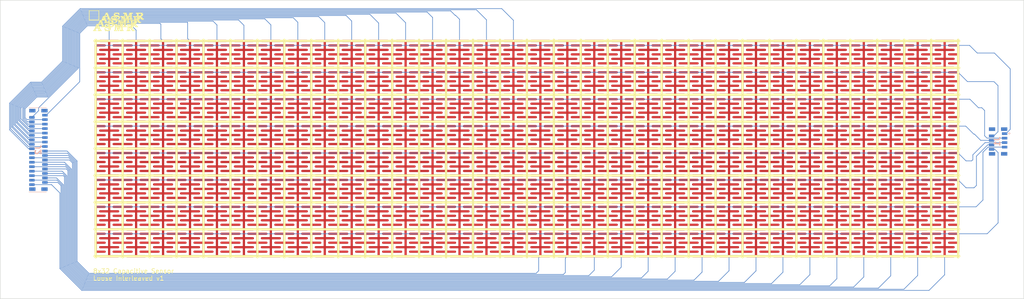
<source format=kicad_pcb>
(kicad_pcb (version 20211014) (generator pcbnew)
  (layers (0 "F.Cu" signal) (31 "B.Cu" signal) (34 "B.Paste" user) (35 "F.Paste" user) (36 "B.SilkS" user "B.Silkscreen") (37 "F.SilkS" user "F.Silkscreen") (38 "B.Mask" user) (39 "F.Mask" user) (44 "Edge.Cuts" user))
  (net 0 "")
  (net 1 "Net-(J1-Pad1)")
  (net 2 "Net-(J1-Pad2)")
  (net 3 "Net-(J1-Pad3)")
  (net 4 "Net-(J1-Pad4)")
  (net 5 "Net-(J1-Pad5)")
  (net 6 "Net-(J1-Pad6)")
  (net 7 "Net-(J1-Pad7)")
  (net 8 "Net-(J1-Pad8)")
  (net 9 "Net-(J2-Pad1)")
  (net 10 "Net-(J2-Pad2)")
  (net 11 "Net-(J2-Pad3)")
  (net 12 "Net-(J2-Pad4)")
  (net 13 "Net-(J2-Pad5)")
  (net 14 "Net-(J2-Pad6)")
  (net 15 "Net-(J2-Pad7)")
  (net 16 "Net-(J2-Pad8)")
  (net 17 "Net-(J2-Pad9)")
  (net 18 "Net-(J2-Pad10)")
  (net 19 "Net-(J2-Pad11)")
  (net 20 "Net-(J2-Pad12)")
  (net 21 "Net-(J2-Pad13)")
  (net 22 "Net-(J2-Pad14)")
  (net 23 "Net-(J2-Pad15)")
  (net 24 "Net-(J2-Pad16)")
  (net 25 "Net-(J2-Pad17)")
  (net 26 "Net-(J2-Pad18)")
  (net 27 "Net-(J2-Pad19)")
  (net 28 "Net-(J2-Pad20)")
  (net 29 "Net-(J2-Pad21)")
  (net 30 "Net-(J2-Pad22)")
  (net 31 "Net-(J2-Pad23)")
  (net 32 "Net-(J2-Pad24)")
  (net 33 "Net-(J2-Pad25)")
  (net 34 "Net-(J2-Pad26)")
  (net 35 "Net-(J2-Pad27)")
  (net 36 "Net-(J2-Pad28)")
  (net 37 "Net-(J2-Pad29)")
  (net 38 "Net-(J2-Pad30)")
  (net 39 "Net-(J2-Pad31)")
  (net 40 "Net-(J2-Pad32)")
  (footprint "ASMR_footprints:captouch_8x32_interleaved_loose" (layer "F.Cu") (at 63.175 55.825)
    (fp_text reference "U1" hide)
    (fp_text value "captouch_8x32_grid" hide)
  )
  (footprint "ASMR_footprints:SilkScreen_asmrrrrrrrrr" (layer "F.Cu") (at 68.05 51.85)
    (fp_text reference "G***" hide)
    (fp_text value "LOGO" hide)
  )
  (footprint "ASMR_footprints:Conn_FFC_1x32_0.5mm_Molex_5019513210" (layer "B.Cu") (at 50.675 80.375 -90)
    (fp_text reference "J2")
    (fp_text value "Conn_01x32_Male" hide)
  )
  (footprint "ASMR_footprints:Conn_FFC_1x8_0.5mm_Molex_5019510830" (layer "B.Cu") (at 264.325 78.5 -90)
    (fp_text reference "J1")
    (fp_text value "Conn_01x08_Male" hide)
  )
  (gr_rect (start 42.175 47) (end 270.05 113.55) (layer "Edge.Cuts") (width 0.1) (fill none))
  (gr_text "8x32 Capacitive Sensor\nLoose Interleaved v1" (at 62.775 108.2) (layer "F.SilkS") (effects (font (size 1 1)) (justify left)))
  (via (at 237.425 57.075) (size 0.4) (drill 0.2) (layers "F.Cu" "B.Cu") (net 1))
  (via (at 255.425 57.075) (size 0.4) (drill 0.2) (layers "F.Cu" "B.Cu") (net 1))
  (via (at 165.425 57.075) (size 0.4) (drill 0.2) (layers "F.Cu" "B.Cu") (net 1))
  (via (at 63.425 57.075) (size 0.4) (drill 0.2) (layers "F.Cu" "B.Cu") (net 1))
  (via (at 249.425 57.075) (size 0.4) (drill 0.2) (layers "F.Cu" "B.Cu") (net 1))
  (via (at 183.425 57.075) (size 0.4) (drill 0.2) (layers "F.Cu" "B.Cu") (net 1))
  (via (at 177.425 57.075) (size 0.4) (drill 0.2) (layers "F.Cu" "B.Cu") (net 1))
  (via (at 189.425 57.075) (size 0.4) (drill 0.2) (layers "F.Cu" "B.Cu") (net 1))
  (via (at 201.425 57.075) (size 0.4) (drill 0.2) (layers "F.Cu" "B.Cu") (net 1))
  (via (at 123.425 57.075) (size 0.4) (drill 0.2) (layers "F.Cu" "B.Cu") (net 1))
  (via (at 207.425 57.075) (size 0.4) (drill 0.2) (layers "F.Cu" "B.Cu") (net 1))
  (via (at 153.425 57.075) (size 0.4) (drill 0.2) (layers "F.Cu" "B.Cu") (net 1))
  (via (at 135.425 57.075) (size 0.4) (drill 0.2) (layers "F.Cu" "B.Cu") (net 1))
  (via (at 99.425 57.075) (size 0.4) (drill 0.2) (layers "F.Cu" "B.Cu") (net 1))
  (via (at 81.425 57.075) (size 0.4) (drill 0.2) (layers "F.Cu" "B.Cu") (net 1))
  (via (at 225.425 57.075) (size 0.4) (drill 0.2) (layers "F.Cu" "B.Cu") (net 1))
  (via (at 75.425 57.075) (size 0.4) (drill 0.2) (layers "F.Cu" "B.Cu") (net 1))
  (via (at 141.425 57.075) (size 0.4) (drill 0.2) (layers "F.Cu" "B.Cu") (net 1))
  (via (at 105.425 57.075) (size 0.4) (drill 0.2) (layers "F.Cu" "B.Cu") (net 1))
  (via (at 111.425 57.075) (size 0.4) (drill 0.2) (layers "F.Cu" "B.Cu") (net 1))
  (via (at 171.425 57.075) (size 0.4) (drill 0.2) (layers "F.Cu" "B.Cu") (net 1))
  (via (at 93.425 57.075) (size 0.4) (drill 0.2) (layers "F.Cu" "B.Cu") (net 1))
  (via (at 129.425 57.075) (size 0.4) (drill 0.2) (layers "F.Cu" "B.Cu") (net 1))
  (via (at 231.425 57.075) (size 0.4) (drill 0.2) (layers "F.Cu" "B.Cu") (net 1))
  (via (at 117.425 57.075) (size 0.4) (drill 0.2) (layers "F.Cu" "B.Cu") (net 1))
  (via (at 87.425 57.075) (size 0.4) (drill 0.2) (layers "F.Cu" "B.Cu") (net 1))
  (via (at 219.425 57.075) (size 0.4) (drill 0.2) (layers "F.Cu" "B.Cu") (net 1))
  (via (at 69.425 57.075) (size 0.4) (drill 0.2) (layers "F.Cu" "B.Cu") (net 1))
  (via (at 195.425 57.075) (size 0.4) (drill 0.2) (layers "F.Cu" "B.Cu") (net 1))
  (via (at 213.425 57.075) (size 0.4) (drill 0.2) (layers "F.Cu" "B.Cu") (net 1))
  (via (at 243.425 57.075) (size 0.4) (drill 0.2) (layers "F.Cu" "B.Cu") (net 1))
  (via (at 159.425 57.075) (size 0.4) (drill 0.2) (layers "F.Cu" "B.Cu") (net 1))
  (via (at 147.425 57.075) (size 0.4) (drill 0.2) (layers "F.Cu" "B.Cu") (net 1))
  (segment (start 263.5 58.775) (end 259.675 58.775) (width 0.127) (layer "B.Cu") (net 1))
  (segment (start 257.975 57.075) (end 259.675 58.775) (width 0.127) (layer "B.Cu") (net 1))
  (segment (start 255.425 57.075) (end 257.975 57.075) (width 0.127) (layer "B.Cu") (net 1))
  (segment (start 266.075 76.75) (end 267.025 75.8) (width 0.127) (layer "B.Cu") (net 1))
  (segment (start 267.025 62.3) (end 263.5 58.775) (width 0.127) (layer "B.Cu") (net 1))
  (segment (start 63.425 57.075) (end 255.425 57.075) (width 0.127) (layer "B.Cu") (net 1))
  (segment (start 265.775 76.75) (end 266.075 76.75) (width 0.127) (layer "B.Cu") (net 1))
  (segment (start 267.025 75.8) (end 267.025 62.3) (width 0.127) (layer "B.Cu") (net 1))
  (via (at 81.425 63.075) (size 0.4) (drill 0.2) (layers "F.Cu" "B.Cu") (net 2))
  (via (at 159.425 63.075) (size 0.4) (drill 0.2) (layers "F.Cu" "B.Cu") (net 2))
  (via (at 237.425 63.075) (size 0.4) (drill 0.2) (layers "F.Cu" "B.Cu") (net 2))
  (via (at 231.425 63.075) (size 0.4) (drill 0.2) (layers "F.Cu" "B.Cu") (net 2))
  (via (at 255.425 63.075) (size 0.4) (drill 0.2) (layers "F.Cu" "B.Cu") (net 2))
  (via (at 123.425 63.075) (size 0.4) (drill 0.2) (layers "F.Cu" "B.Cu") (net 2))
  (via (at 177.425 63.075) (size 0.4) (drill 0.2) (layers "F.Cu" "B.Cu") (net 2))
  (via (at 105.425 63.075) (size 0.4) (drill 0.2) (layers "F.Cu" "B.Cu") (net 2))
  (via (at 147.425 63.075) (size 0.4) (drill 0.2) (layers "F.Cu" "B.Cu") (net 2))
  (via (at 243.425 63.075) (size 0.4) (drill 0.2) (layers "F.Cu" "B.Cu") (net 2))
  (via (at 93.425 63.075) (size 0.4) (drill 0.2) (layers "F.Cu" "B.Cu") (net 2))
  (via (at 135.425 63.075) (size 0.4) (drill 0.2) (layers "F.Cu" "B.Cu") (net 2))
  (via (at 141.425 63.075) (size 0.4) (drill 0.2) (layers "F.Cu" "B.Cu") (net 2))
  (via (at 63.425 63.075) (size 0.4) (drill 0.2) (layers "F.Cu" "B.Cu") (net 2))
  (via (at 117.425 63.075) (size 0.4) (drill 0.2) (layers "F.Cu" "B.Cu") (net 2))
  (via (at 219.425 63.075) (size 0.4) (drill 0.2) (layers "F.Cu" "B.Cu") (net 2))
  (via (at 249.425 63.075) (size 0.4) (drill 0.2) (layers "F.Cu" "B.Cu") (net 2))
  (via (at 225.425 63.075) (size 0.4) (drill 0.2) (layers "F.Cu" "B.Cu") (net 2))
  (via (at 165.425 63.075) (size 0.4) (drill 0.2) (layers "F.Cu" "B.Cu") (net 2))
  (via (at 213.425 63.075) (size 0.4) (drill 0.2) (layers "F.Cu" "B.Cu") (net 2))
  (via (at 171.425 63.075) (size 0.4) (drill 0.2) (layers "F.Cu" "B.Cu") (net 2))
  (via (at 189.425 63.075) (size 0.4) (drill 0.2) (layers "F.Cu" "B.Cu") (net 2))
  (via (at 87.425 63.075) (size 0.4) (drill 0.2) (layers "F.Cu" "B.Cu") (net 2))
  (via (at 207.425 63.075) (size 0.4) (drill 0.2) (layers "F.Cu" "B.Cu") (net 2))
  (via (at 75.425 63.075) (size 0.4) (drill 0.2) (layers "F.Cu" "B.Cu") (net 2))
  (via (at 129.425 63.075) (size 0.4) (drill 0.2) (layers "F.Cu" "B.Cu") (net 2))
  (via (at 201.425 63.075) (size 0.4) (drill 0.2) (layers "F.Cu" "B.Cu") (net 2))
  (via (at 99.425 63.075) (size 0.4) (drill 0.2) (layers "F.Cu" "B.Cu") (net 2))
  (via (at 111.425 63.075) (size 0.4) (drill 0.2) (layers "F.Cu" "B.Cu") (net 2))
  (via (at 153.425 63.075) (size 0.4) (drill 0.2) (layers "F.Cu" "B.Cu") (net 2))
  (via (at 183.425 63.075) (size 0.4) (drill 0.2) (layers "F.Cu" "B.Cu") (net 2))
  (via (at 69.425 63.075) (size 0.4) (drill 0.2) (layers "F.Cu" "B.Cu") (net 2))
  (via (at 195.425 63.075) (size 0.4) (drill 0.2) (layers "F.Cu" "B.Cu") (net 2))
  (segment (start 263.4 65.15) (end 264.3 66.05) (width 0.127) (layer "B.Cu") (net 2))
  (segment (start 264.3 66.05) (end 264.3 76.325) (width 0.127) (layer "B.Cu") (net 2))
  (segment (start 264.3 76.325) (end 263.375 77.25) (width 0.127) (layer "B.Cu") (net 2))
  (segment (start 255.425 63.075) (end 257.5 65.15) (width 0.127) (layer "B.Cu") (net 2))
  (segment (start 257.5 65.15) (end 263.4 65.15) (width 0.127) (layer "B.Cu") (net 2))
  (segment (start 63.425 63.075) (end 255.425 63.075) (width 0.127) (layer "B.Cu") (net 2))
  (segment (start 263.375 77.25) (end 262.875 77.25) (width 0.127) (layer "B.Cu") (net 2))
  (via (at 165.425 69.075) (size 0.4) (drill 0.2) (layers "F.Cu" "B.Cu") (net 3))
  (via (at 255.425 69.075) (size 0.4) (drill 0.2) (layers "F.Cu" "B.Cu") (net 3))
  (via (at 93.425 69.075) (size 0.4) (drill 0.2) (layers "F.Cu" "B.Cu") (net 3))
  (via (at 135.425 69.075) (size 0.4) (drill 0.2) (layers "F.Cu" "B.Cu") (net 3))
  (via (at 243.425 69.075) (size 0.4) (drill 0.2) (layers "F.Cu" "B.Cu") (net 3))
  (via (at 237.425 69.075) (size 0.4) (drill 0.2) (layers "F.Cu" "B.Cu") (net 3))
  (via (at 207.425 69.075) (size 0.4) (drill 0.2) (layers "F.Cu" "B.Cu") (net 3))
  (via (at 69.425 69.075) (size 0.4) (drill 0.2) (layers "F.Cu" "B.Cu") (net 3))
  (via (at 123.425 69.075) (size 0.4) (drill 0.2) (layers "F.Cu" "B.Cu") (net 3))
  (via (at 81.425 69.075) (size 0.4) (drill 0.2) (layers "F.Cu" "B.Cu") (net 3))
  (via (at 219.425 69.075) (size 0.4) (drill 0.2) (layers "F.Cu" "B.Cu") (net 3))
  (via (at 177.425 69.075) (size 0.4) (drill 0.2) (layers "F.Cu" "B.Cu") (net 3))
  (via (at 195.425 69.075) (size 0.4) (drill 0.2) (layers "F.Cu" "B.Cu") (net 3))
  (via (at 153.425 69.075) (size 0.4) (drill 0.2) (layers "F.Cu" "B.Cu") (net 3))
  (via (at 231.425 69.075) (size 0.4) (drill 0.2) (layers "F.Cu" "B.Cu") (net 3))
  (via (at 213.425 69.075) (size 0.4) (drill 0.2) (layers "F.Cu" "B.Cu") (net 3))
  (via (at 87.425 69.075) (size 0.4) (drill 0.2) (layers "F.Cu" "B.Cu") (net 3))
  (via (at 249.425 69.075) (size 0.4) (drill 0.2) (layers "F.Cu" "B.Cu") (net 3))
  (via (at 129.425 69.075) (size 0.4) (drill 0.2) (layers "F.Cu" "B.Cu") (net 3))
  (via (at 111.425 69.075) (size 0.4) (drill 0.2) (layers "F.Cu" "B.Cu") (net 3))
  (via (at 225.425 69.075) (size 0.4) (drill 0.2) (layers "F.Cu" "B.Cu") (net 3))
  (via (at 147.425 69.075) (size 0.4) (drill 0.2) (layers "F.Cu" "B.Cu") (net 3))
  (via (at 63.425 69.075) (size 0.4) (drill 0.2) (layers "F.Cu" "B.Cu") (net 3))
  (via (at 183.425 69.075) (size 0.4) (drill 0.2) (layers "F.Cu" "B.Cu") (net 3))
  (via (at 117.425 69.075) (size 0.4) (drill 0.2) (layers "F.Cu" "B.Cu") (net 3))
  (via (at 75.425 69.075) (size 0.4) (drill 0.2) (layers "F.Cu" "B.Cu") (net 3))
  (via (at 189.425 69.075) (size 0.4) (drill 0.2) (layers "F.Cu" "B.Cu") (net 3))
  (via (at 159.425 69.075) (size 0.4) (drill 0.2) (layers "F.Cu" "B.Cu") (net 3))
  (via (at 141.425 69.075) (size 0.4) (drill 0.2) (layers "F.Cu" "B.Cu") (net 3))
  (via (at 105.425 69.075) (size 0.4) (drill 0.2) (layers "F.Cu" "B.Cu") (net 3))
  (via (at 201.425 69.075) (size 0.4) (drill 0.2) (layers "F.Cu" "B.Cu") (net 3))
  (via (at 171.425 69.075) (size 0.4) (drill 0.2) (layers "F.Cu" "B.Cu") (net 3))
  (via (at 99.425 69.075) (size 0.4) (drill 0.2) (layers "F.Cu" "B.Cu") (net 3))
  (segment (start 265.775 77.75) (end 261.85 77.75) (width 0.127) (layer "B.Cu") (net 3))
  (segment (start 261.325 71.6) (end 260.7 70.975) (width 0.127) (layer "B.Cu") (net 3))
  (segment (start 258.05 69.075) (end 259.95 70.975) (width 0.127) (layer "B.Cu") (net 3))
  (segment (start 261.85 77.75) (end 261.325 77.225) (width 0.127) (layer "B.Cu") (net 3))
  (segment (start 63.425 69.075) (end 255.425 69.075) (width 0.127) (layer "B.Cu") (net 3))
  (segment (start 261.325 77.225) (end 261.325 71.6) (width 0.127) (layer "B.Cu") (net 3))
  (segment (start 260.7 70.975) (end 259.95 70.975) (width 0.127) (layer "B.Cu") (net 3))
  (segment (start 255.425 69.075) (end 258.05 69.075) (width 0.127) (layer "B.Cu") (net 3))
  (via (at 105.425 75.075) (size 0.4) (drill 0.2) (layers "F.Cu" "B.Cu") (net 4))
  (via (at 195.425 75.075) (size 0.4) (drill 0.2) (layers "F.Cu" "B.Cu") (net 4))
  (via (at 93.425 75.075) (size 0.4) (drill 0.2) (layers "F.Cu" "B.Cu") (net 4))
  (via (at 231.425 75.075) (size 0.4) (drill 0.2) (layers "F.Cu" "B.Cu") (net 4))
  (via (at 63.425 75.075) (size 0.4) (drill 0.2) (layers "F.Cu" "B.Cu") (net 4))
  (via (at 255.425 75.075) (size 0.4) (drill 0.2) (layers "F.Cu" "B.Cu") (net 4))
  (via (at 111.425 75.075) (size 0.4) (drill 0.2) (layers "F.Cu" "B.Cu") (net 4))
  (via (at 75.425 75.075) (size 0.4) (drill 0.2) (layers "F.Cu" "B.Cu") (net 4))
  (via (at 147.425 75.075) (size 0.4) (drill 0.2) (layers "F.Cu" "B.Cu") (net 4))
  (via (at 171.425 75.075) (size 0.4) (drill 0.2) (layers "F.Cu" "B.Cu") (net 4))
  (via (at 99.425 75.075) (size 0.4) (drill 0.2) (layers "F.Cu" "B.Cu") (net 4))
  (via (at 213.425 75.075) (size 0.4) (drill 0.2) (layers "F.Cu" "B.Cu") (net 4))
  (via (at 201.425 75.075) (size 0.4) (drill 0.2) (layers "F.Cu" "B.Cu") (net 4))
  (via (at 177.425 75.075) (size 0.4) (drill 0.2) (layers "F.Cu" "B.Cu") (net 4))
  (via (at 249.425 75.075) (size 0.4) (drill 0.2) (layers "F.Cu" "B.Cu") (net 4))
  (via (at 135.425 75.075) (size 0.4) (drill 0.2) (layers "F.Cu" "B.Cu") (net 4))
  (via (at 219.425 75.075) (size 0.4) (drill 0.2) (layers "F.Cu" "B.Cu") (net 4))
  (via (at 123.425 75.075) (size 0.4) (drill 0.2) (layers "F.Cu" "B.Cu") (net 4))
  (via (at 159.425 75.075) (size 0.4) (drill 0.2) (layers "F.Cu" "B.Cu") (net 4))
  (via (at 165.425 75.075) (size 0.4) (drill 0.2) (layers "F.Cu" "B.Cu") (net 4))
  (via (at 183.425 75.075) (size 0.4) (drill 0.2) (layers "F.Cu" "B.Cu") (net 4))
  (via (at 87.425 75.075) (size 0.4) (drill 0.2) (layers "F.Cu" "B.Cu") (net 4))
  (via (at 153.425 75.075) (size 0.4) (drill 0.2) (layers "F.Cu" "B.Cu") (net 4))
  (via (at 189.425 75.075) (size 0.4) (drill 0.2) (layers "F.Cu" "B.Cu") (net 4))
  (via (at 129.425 75.075) (size 0.4) (drill 0.2) (layers "F.Cu" "B.Cu") (net 4))
  (via (at 243.425 75.075) (size 0.4) (drill 0.2) (layers "F.Cu" "B.Cu") (net 4))
  (via (at 117.425 75.075) (size 0.4) (drill 0.2) (layers "F.Cu" "B.Cu") (net 4))
  (via (at 69.425 75.075) (size 0.4) (drill 0.2) (layers "F.Cu" "B.Cu") (net 4))
  (via (at 237.425 75.075) (size 0.4) (drill 0.2) (layers "F.Cu" "B.Cu") (net 4))
  (via (at 81.425 75.075) (size 0.4) (drill 0.2) (layers "F.Cu" "B.Cu") (net 4))
  (via (at 225.425 75.075) (size 0.4) (drill 0.2) (layers "F.Cu" "B.Cu") (net 4))
  (via (at 207.425 75.075) (size 0.4) (drill 0.2) (layers "F.Cu" "B.Cu") (net 4))
  (via (at 141.425 75.075) (size 0.4) (drill 0.2) (layers "F.Cu" "B.Cu") (net 4))
  (segment (start 257.125 75.075) (end 258.9 76.85) (width 0.127) (layer "B.Cu") (net 4))
  (segment (start 262.875 78.25) (end 260.45 78.25) (width 0.127) (layer "B.Cu") (net 4))
  (segment (start 63.425 75.075) (end 255.425 75.075) (width 0.127) (layer "B.Cu") (net 4))
  (segment (start 260.45 78.25) (end 259.05 76.85) (width 0.127) (layer "B.Cu") (net 4))
  (segment (start 255.425 75.075) (end 257.125 75.075) (width 0.127) (layer "B.Cu") (net 4))
  (segment (start 259.05 76.85) (end 258.9 76.85) (width 0.127) (layer "B.Cu") (net 4))
  (via (at 225.425 81.075) (size 0.4) (drill 0.2) (layers "F.Cu" "B.Cu") (net 5))
  (via (at 243.425 81.075) (size 0.4) (drill 0.2) (layers "F.Cu" "B.Cu") (net 5))
  (via (at 81.425 81.075) (size 0.4) (drill 0.2) (layers "F.Cu" "B.Cu") (net 5))
  (via (at 249.425 81.075) (size 0.4) (drill 0.2) (layers "F.Cu" "B.Cu") (net 5))
  (via (at 123.425 81.075) (size 0.4) (drill 0.2) (layers "F.Cu" "B.Cu") (net 5))
  (via (at 117.425 81.075) (size 0.4) (drill 0.2) (layers "F.Cu" "B.Cu") (net 5))
  (via (at 87.425 81.075) (size 0.4) (drill 0.2) (layers "F.Cu" "B.Cu") (net 5))
  (via (at 129.425 81.075) (size 0.4) (drill 0.2) (layers "F.Cu" "B.Cu") (net 5))
  (via (at 159.425 81.075) (size 0.4) (drill 0.2) (layers "F.Cu" "B.Cu") (net 5))
  (via (at 219.425 81.075) (size 0.4) (drill 0.2) (layers "F.Cu" "B.Cu") (net 5))
  (via (at 207.425 81.075) (size 0.4) (drill 0.2) (layers "F.Cu" "B.Cu") (net 5))
  (via (at 141.425 81.075) (size 0.4) (drill 0.2) (layers "F.Cu" "B.Cu") (net 5))
  (via (at 111.425 81.075) (size 0.4) (drill 0.2) (layers "F.Cu" "B.Cu") (net 5))
  (via (at 237.425 81.075) (size 0.4) (drill 0.2) (layers "F.Cu" "B.Cu") (net 5))
  (via (at 213.425 81.075) (size 0.4) (drill 0.2) (layers "F.Cu" "B.Cu") (net 5))
  (via (at 153.425 81.075) (size 0.4) (drill 0.2) (layers "F.Cu" "B.Cu") (net 5))
  (via (at 195.425 81.075) (size 0.4) (drill 0.2) (layers "F.Cu" "B.Cu") (net 5))
  (via (at 171.425 81.075) (size 0.4) (drill 0.2) (layers "F.Cu" "B.Cu") (net 5))
  (via (at 189.425 81.075) (size 0.4) (drill 0.2) (layers "F.Cu" "B.Cu") (net 5))
  (via (at 69.425 81.075) (size 0.4) (drill 0.2) (layers "F.Cu" "B.Cu") (net 5))
  (via (at 135.425 81.075) (size 0.4) (drill 0.2) (layers "F.Cu" "B.Cu") (net 5))
  (via (at 93.425 81.075) (size 0.4) (drill 0.2) (layers "F.Cu" "B.Cu") (net 5))
  (via (at 147.425 81.075) (size 0.4) (drill 0.2) (layers "F.Cu" "B.Cu") (net 5))
  (via (at 165.425 81.075) (size 0.4) (drill 0.2) (layers "F.Cu" "B.Cu") (net 5))
  (via (at 99.425 81.075) (size 0.4) (drill 0.2) (layers "F.Cu" "B.Cu") (net 5))
  (via (at 105.425 81.075) (size 0.4) (drill 0.2) (layers "F.Cu" "B.Cu") (net 5))
  (via (at 183.425 81.075) (size 0.4) (drill 0.2) (layers "F.Cu" "B.Cu") (net 5))
  (via (at 255.425 81.075) (size 0.4) (drill 0.2) (layers "F.Cu" "B.Cu") (net 5))
  (via (at 63.425 81.075) (size 0.4) (drill 0.2) (layers "F.Cu" "B.Cu") (net 5))
  (via (at 75.425 81.075) (size 0.4) (drill 0.2) (layers "F.Cu" "B.Cu") (net 5))
  (via (at 177.425 81.075) (size 0.4) (drill 0.2) (layers "F.Cu" "B.Cu") (net 5))
  (via (at 201.425 81.075) (size 0.4) (drill 0.2) (layers "F.Cu" "B.Cu") (net 5))
  (via (at 231.425 81.075) (size 0.4) (drill 0.2) (layers "F.Cu" "B.Cu") (net 5))
  (segment (start 261.425 78.75) (end 265.775 78.75) (width 0.127) (layer "B.Cu") (net 5))
  (segment (start 258.45 82.825) (end 258.7 82.575) (width 0.127) (layer "B.Cu") (net 5))
  (segment (start 63.425 81.075) (end 255.425 81.075) (width 0.127) (layer "B.Cu") (net 5))
  (segment (start 255.425 81.075) (end 257.175 82.825) (width 0.127) (layer "B.Cu") (net 5))
  (segment (start 257.175 82.825) (end 258.45 82.825) (width 0.127) (layer "B.Cu") (net 5))
  (segment (start 258.7 81.475) (end 261.425 78.75) (width 0.127) (layer "B.Cu") (net 5))
  (segment (start 258.7 82.575) (end 258.7 81.475) (width 0.127) (layer "B.Cu") (net 5))
  (via (at 117.425 87.075) (size 0.4) (drill 0.2) (layers "F.Cu" "B.Cu") (net 6))
  (via (at 255.425 87.075) (size 0.4) (drill 0.2) (layers "F.Cu" "B.Cu") (net 6))
  (via (at 243.425 87.075) (size 0.4) (drill 0.2) (layers "F.Cu" "B.Cu") (net 6))
  (via (at 69.425 87.075) (size 0.4) (drill 0.2) (layers "F.Cu" "B.Cu") (net 6))
  (via (at 165.425 87.075) (size 0.4) (drill 0.2) (layers "F.Cu" "B.Cu") (net 6))
  (via (at 147.425 87.075) (size 0.4) (drill 0.2) (layers "F.Cu" "B.Cu") (net 6))
  (via (at 237.425 87.075) (size 0.4) (drill 0.2) (layers "F.Cu" "B.Cu") (net 6))
  (via (at 105.425 87.075) (size 0.4) (drill 0.2) (layers "F.Cu" "B.Cu") (net 6))
  (via (at 123.425 87.075) (size 0.4) (drill 0.2) (layers "F.Cu" "B.Cu") (net 6))
  (via (at 207.425 87.075) (size 0.4) (drill 0.2) (layers "F.Cu" "B.Cu") (net 6))
  (via (at 87.425 87.075) (size 0.4) (drill 0.2) (layers "F.Cu" "B.Cu") (net 6))
  (via (at 225.425 87.075) (size 0.4) (drill 0.2) (layers "F.Cu" "B.Cu") (net 6))
  (via (at 63.425 87.075) (size 0.4) (drill 0.2) (layers "F.Cu" "B.Cu") (net 6))
  (via (at 111.425 87.075) (size 0.4) (drill 0.2) (layers "F.Cu" "B.Cu") (net 6))
  (via (at 159.425 87.075) (size 0.4) (drill 0.2) (layers "F.Cu" "B.Cu") (net 6))
  (via (at 93.425 87.075) (size 0.4) (drill 0.2) (layers "F.Cu" "B.Cu") (net 6))
  (via (at 213.425 87.075) (size 0.4) (drill 0.2) (layers "F.Cu" "B.Cu") (net 6))
  (via (at 141.425 87.075) (size 0.4) (drill 0.2) (layers "F.Cu" "B.Cu") (net 6))
  (via (at 231.425 87.075) (size 0.4) (drill 0.2) (layers "F.Cu" "B.Cu") (net 6))
  (via (at 75.425 87.075) (size 0.4) (drill 0.2) (layers "F.Cu" "B.Cu") (net 6))
  (via (at 81.425 87.075) (size 0.4) (drill 0.2) (layers "F.Cu" "B.Cu") (net 6))
  (via (at 219.425 87.075) (size 0.4) (drill 0.2) (layers "F.Cu" "B.Cu") (net 6))
  (via (at 201.425 87.075) (size 0.4) (drill 0.2) (layers "F.Cu" "B.Cu") (net 6))
  (via (at 135.425 87.075) (size 0.4) (drill 0.2) (layers "F.Cu" "B.Cu") (net 6))
  (via (at 129.425 87.075) (size 0.4) (drill 0.2) (layers "F.Cu" "B.Cu") (net 6))
  (via (at 189.425 87.075) (size 0.4) (drill 0.2) (layers "F.Cu" "B.Cu") (net 6))
  (via (at 177.425 87.075) (size 0.4) (drill 0.2) (layers "F.Cu" "B.Cu") (net 6))
  (via (at 153.425 87.075) (size 0.4) (drill 0.2) (layers "F.Cu" "B.Cu") (net 6))
  (via (at 195.425 87.075) (size 0.4) (drill 0.2) (layers "F.Cu" "B.Cu") (net 6))
  (via (at 249.425 87.075) (size 0.4) (drill 0.2) (layers "F.Cu" "B.Cu") (net 6))
  (via (at 183.425 87.075) (size 0.4) (drill 0.2) (layers "F.Cu" "B.Cu") (net 6))
  (via (at 171.425 87.075) (size 0.4) (drill 0.2) (layers "F.Cu" "B.Cu") (net 6))
  (via (at 99.425 87.075) (size 0.4) (drill 0.2) (layers "F.Cu" "B.Cu") (net 6))
  (segment (start 255.425 87.075) (end 257.175 88.825) (width 0.127) (layer "B.Cu") (net 6))
  (segment (start 259.5 81.775) (end 262.025 79.25) (width 0.127) (layer "B.Cu") (net 6))
  (segment (start 259.5 88.3) (end 259.5 81.775) (width 0.127) (layer "B.Cu") (net 6))
  (segment (start 258.975 88.825) (end 259.5 88.3) (width 0.127) (layer "B.Cu") (net 6))
  (segment (start 262.025 79.25) (end 262.875 79.25) (width 0.127) (layer "B.Cu") (net 6))
  (segment (start 63.425 87.075) (end 255.425 87.075) (width 0.127) (layer "B.Cu") (net 6))
  (segment (start 257.175 88.825) (end 258.975 88.825) (width 0.127) (layer "B.Cu") (net 6))
  (via (at 213.425 93.075) (size 0.4) (drill 0.2) (layers "F.Cu" "B.Cu") (net 7))
  (via (at 231.425 93.075) (size 0.4) (drill 0.2) (layers "F.Cu" "B.Cu") (net 7))
  (via (at 147.425 93.075) (size 0.4) (drill 0.2) (layers "F.Cu" "B.Cu") (net 7))
  (via (at 237.425 93.075) (size 0.4) (drill 0.2) (layers "F.Cu" "B.Cu") (net 7))
  (via (at 195.425 93.075) (size 0.4) (drill 0.2) (layers "F.Cu" "B.Cu") (net 7))
  (via (at 201.425 93.075) (size 0.4) (drill 0.2) (layers "F.Cu" "B.Cu") (net 7))
  (via (at 99.425 93.075) (size 0.4) (drill 0.2) (layers "F.Cu" "B.Cu") (net 7))
  (via (at 129.425 93.075) (size 0.4) (drill 0.2) (layers "F.Cu" "B.Cu") (net 7))
  (via (at 141.425 93.075) (size 0.4) (drill 0.2) (layers "F.Cu" "B.Cu") (net 7))
  (via (at 183.425 93.075) (size 0.4) (drill 0.2) (layers "F.Cu" "B.Cu") (net 7))
  (via (at 243.425 93.075) (size 0.4) (drill 0.2) (layers "F.Cu" "B.Cu") (net 7))
  (via (at 87.425 93.075) (size 0.4) (drill 0.2) (layers "F.Cu" "B.Cu") (net 7))
  (via (at 63.425 93.075) (size 0.4) (drill 0.2) (layers "F.Cu" "B.Cu") (net 7))
  (via (at 207.425 93.075) (size 0.4) (drill 0.2) (layers "F.Cu" "B.Cu") (net 7))
  (via (at 75.425 93.075) (size 0.4) (drill 0.2) (layers "F.Cu" "B.Cu") (net 7))
  (via (at 69.425 93.075) (size 0.4) (drill 0.2) (layers "F.Cu" "B.Cu") (net 7))
  (via (at 105.425 93.075) (size 0.4) (drill 0.2) (layers "F.Cu" "B.Cu") (net 7))
  (via (at 153.425 93.075) (size 0.4) (drill 0.2) (layers "F.Cu" "B.Cu") (net 7))
  (via (at 135.425 93.075) (size 0.4) (drill 0.2) (layers "F.Cu" "B.Cu") (net 7))
  (via (at 225.425 93.075) (size 0.4) (drill 0.2) (layers "F.Cu" "B.Cu") (net 7))
  (via (at 117.425 93.075) (size 0.4) (drill 0.2) (layers "F.Cu" "B.Cu") (net 7))
  (via (at 123.425 93.075) (size 0.4) (drill 0.2) (layers "F.Cu" "B.Cu") (net 7))
  (via (at 93.425 93.075) (size 0.4) (drill 0.2) (layers "F.Cu" "B.Cu") (net 7))
  (via (at 111.425 93.075) (size 0.4) (drill 0.2) (layers "F.Cu" "B.Cu") (net 7))
  (via (at 165.425 93.075) (size 0.4) (drill 0.2) (layers "F.Cu" "B.Cu") (net 7))
  (via (at 171.425 93.075) (size 0.4) (drill 0.2) (layers "F.Cu" "B.Cu") (net 7))
  (via (at 81.425 93.075) (size 0.4) (drill 0.2) (layers "F.Cu" "B.Cu") (net 7))
  (via (at 219.425 93.075) (size 0.4) (drill 0.2) (layers "F.Cu" "B.Cu") (net 7))
  (via (at 159.425 93.075) (size 0.4) (drill 0.2) (layers "F.Cu" "B.Cu") (net 7))
  (via (at 189.425 93.075) (size 0.4) (drill 0.2) (layers "F.Cu" "B.Cu") (net 7))
  (via (at 255.425 93.075) (size 0.4) (drill 0.2) (layers "F.Cu" "B.Cu") (net 7))
  (via (at 249.425 93.075) (size 0.4) (drill 0.2) (layers "F.Cu" "B.Cu") (net 7))
  (via (at 177.425 93.075) (size 0.4) (drill 0.2) (layers "F.Cu" "B.Cu") (net 7))
  (segment (start 262.094 79.75) (end 260.95 80.894) (width 0.127) (layer "B.Cu") (net 7))
  (segment (start 255.425 93.075) (end 259.425 93.075) (width 0.127) (layer "B.Cu") (net 7))
  (segment (start 265.775 79.75) (end 262.094 79.75) (width 0.127) (layer "B.Cu") (net 7))
  (segment (start 259.425 93.075) (end 260.95 91.55) (width 0.127) (layer "B.Cu") (net 7))
  (segment (start 260.95 80.894) (end 260.95 91.55) (width 0.127) (layer "B.Cu") (net 7))
  (segment (start 63.425 93.075) (end 255.425 93.075) (width 0.127) (layer "B.Cu") (net 7))
  (via (at 81.425 99.075) (size 0.4) (drill 0.2) (layers "F.Cu" "B.Cu") (net 8))
  (via (at 225.425 99.075) (size 0.4) (drill 0.2) (layers "F.Cu" "B.Cu") (net 8))
  (via (at 201.425 99.075) (size 0.4) (drill 0.2) (layers "F.Cu" "B.Cu") (net 8))
  (via (at 207.425 99.075) (size 0.4) (drill 0.2) (layers "F.Cu" "B.Cu") (net 8))
  (via (at 153.425 99.075) (size 0.4) (drill 0.2) (layers "F.Cu" "B.Cu") (net 8))
  (via (at 87.425 99.075) (size 0.4) (drill 0.2) (layers "F.Cu" "B.Cu") (net 8))
  (via (at 183.425 99.075) (size 0.4) (drill 0.2) (layers "F.Cu" "B.Cu") (net 8))
  (via (at 63.425 99.075) (size 0.4) (drill 0.2) (layers "F.Cu" "B.Cu") (net 8))
  (via (at 189.425 99.075) (size 0.4) (drill 0.2) (layers "F.Cu" "B.Cu") (net 8))
  (via (at 123.425 99.075) (size 0.4) (drill 0.2) (layers "F.Cu" "B.Cu") (net 8))
  (via (at 69.425 99.075) (size 0.4) (drill 0.2) (layers "F.Cu" "B.Cu") (net 8))
  (via (at 75.425 99.075) (size 0.4) (drill 0.2) (layers "F.Cu" "B.Cu") (net 8))
  (via (at 147.425 99.075) (size 0.4) (drill 0.2) (layers "F.Cu" "B.Cu") (net 8))
  (via (at 141.425 99.075) (size 0.4) (drill 0.2) (layers "F.Cu" "B.Cu") (net 8))
  (via (at 111.425 99.075) (size 0.4) (drill 0.2) (layers "F.Cu" "B.Cu") (net 8))
  (via (at 165.425 99.075) (size 0.4) (drill 0.2) (layers "F.Cu" "B.Cu") (net 8))
  (via (at 237.425 99.075) (size 0.4) (drill 0.2) (layers "F.Cu" "B.Cu") (net 8))
  (via (at 219.425 99.075) (size 0.4) (drill 0.2) (layers "F.Cu" "B.Cu") (net 8))
  (via (at 93.425 99.075) (size 0.4) (drill 0.2) (layers "F.Cu" "B.Cu") (net 8))
  (via (at 129.425 99.075) (size 0.4) (drill 0.2) (layers "F.Cu" "B.Cu") (net 8))
  (via (at 213.425 99.075) (size 0.4) (drill 0.2) (layers "F.Cu" "B.Cu") (net 8))
  (via (at 171.425 99.075) (size 0.4) (drill 0.2) (layers "F.Cu" "B.Cu") (net 8))
  (via (at 105.425 99.075) (size 0.4) (drill 0.2) (layers "F.Cu" "B.Cu") (net 8))
  (via (at 195.425 99.075) (size 0.4) (drill 0.2) (layers "F.Cu" "B.Cu") (net 8))
  (via (at 255.425 99.075) (size 0.4) (drill 0.2) (layers "F.Cu" "B.Cu") (net 8))
  (via (at 135.425 99.075) (size 0.4) (drill 0.2) (layers "F.Cu" "B.Cu") (net 8))
  (via (at 231.425 99.075) (size 0.4) (drill 0.2) (layers "F.Cu" "B.Cu") (net 8))
  (via (at 243.425 99.075) (size 0.4) (drill 0.2) (layers "F.Cu" "B.Cu") (net 8))
  (via (at 249.425 99.075) (size 0.4) (drill 0.2) (layers "F.Cu" "B.Cu") (net 8))
  (via (at 99.425 99.075) (size 0.4) (drill 0.2) (layers "F.Cu" "B.Cu") (net 8))
  (via (at 159.425 99.075) (size 0.4) (drill 0.2) (layers "F.Cu" "B.Cu") (net 8))
  (via (at 117.425 99.075) (size 0.4) (drill 0.2) (layers "F.Cu" "B.Cu") (net 8))
  (via (at 177.425 99.075) (size 0.4) (drill 0.2) (layers "F.Cu" "B.Cu") (net 8))
  (segment (start 263.602 80.25) (end 264.325 80.973) (width 0.127) (layer "B.Cu") (net 8))
  (segment (start 255.425 99.075) (end 261.9 99.075) (width 0.127) (layer "B.Cu") (net 8))
  (segment (start 63.425 99.075) (end 255.425 99.075) (width 0.127) (layer "B.Cu") (net 8))
  (segment (start 261.9 99.075) (end 264.325 96.65) (width 0.127) (layer "B.Cu") (net 8))
  (segment (start 262.875 80.25) (end 263.602 80.25) (width 0.127) (layer "B.Cu") (net 8))
  (segment (start 264.325 80.973) (end 264.325 96.65) (width 0.127) (layer "B.Cu") (net 8))
  (via (at 66.425 56.075) (size 0.4) (drill 0.2) (layers "F.Cu" "B.Cu") (net 9))
  (segment (start 59.875 65.175) (end 59.875 54.375) (width 0.127) (layer "B.Cu") (net 9))
  (segment (start 66.425 56.075) (end 66.425 53.225) (width 0.127) (layer "B.Cu") (net 9))
  (segment (start 59.875 54.375) (end 61.55 52.7) (width 0.127) (layer "B.Cu") (net 9))
  (segment (start 66.425 53.225) (end 65.9 52.7) (width 0.127) (layer "B.Cu") (net 9))
  (segment (start 61.55 52.7) (end 65.9 52.7) (width 0.127) (layer "B.Cu") (net 9))
  (segment (start 52.425 72.625) (end 59.875 65.175) (width 0.127) (layer "B.Cu") (net 9))
  (segment (start 52.125 72.625) (end 52.425 72.625) (width 0.127) (layer "B.Cu") (net 9))
  (via (at 72.425 56.075) (size 0.4) (drill 0.2) (layers "F.Cu" "B.Cu") (net 10))
  (segment (start 61.46579 52.425) (end 71.175 52.425) (width 0.127) (layer "B.Cu") (net 10))
  (segment (start 50.725 70.975) (end 59.621 62.079) (width 0.127) (layer "B.Cu") (net 10))
  (segment (start 50.725 71.625) (end 50.725 70.975) (width 0.127) (layer "B.Cu") (net 10))
  (segment (start 59.621 54.26979) (end 61.46579 52.425) (width 0.127) (layer "B.Cu") (net 10))
  (segment (start 49.225 73.125) (end 50.725 71.625) (width 0.127) (layer "B.Cu") (net 10))
  (segment (start 59.621 62.079) (end 59.621 54.26979) (width 0.127) (layer "B.Cu") (net 10))
  (segment (start 72.425 53.675) (end 72.425 56.075) (width 0.127) (layer "B.Cu") (net 10))
  (segment (start 71.175 52.425) (end 72.425 53.675) (width 0.127) (layer "B.Cu") (net 10))
  (via (at 78.425 56.075) (size 0.4) (drill 0.2) (layers "F.Cu" "B.Cu") (net 11))
  (segment (start 52.76579 68.575) (end 59.367 61.97379) (width 0.127) (layer "B.Cu") (net 11))
  (segment (start 77.746 52.171) (end 77.9375 52.3625) (width 0.127) (layer "B.Cu") (net 11))
  (segment (start 77.9375 55.5875) (end 78.425 56.075) (width 0.127) (layer "B.Cu") (net 11))
  (segment (start 59.367 61.97379) (end 59.367 54.16458) (width 0.127) (layer "B.Cu") (net 11))
  (segment (start 48.1 73.625) (end 47.7 73.225) (width 0.127) (layer "B.Cu") (net 11))
  (segment (start 59.367 54.16458) (end 61.36058 52.171) (width 0.127) (layer "B.Cu") (net 11))
  (segment (start 77.9375 52.3625) (end 77.9375 55.5875) (width 0.127) (layer "B.Cu") (net 11))
  (segment (start 52.125 73.625) (end 48.1 73.625) (width 0.127) (layer "B.Cu") (net 11))
  (segment (start 50.325 68.575) (end 52.76579 68.575) (width 0.127) (layer "B.Cu") (net 11))
  (segment (start 47.7 73.225) (end 47.7 71.2) (width 0.127) (layer "B.Cu") (net 11))
  (segment (start 47.7 71.2) (end 50.325 68.575) (width 0.127) (layer "B.Cu") (net 11))
  (segment (start 61.36058 52.171) (end 77.746 52.171) (width 0.127) (layer "B.Cu") (net 11))
  (via (at 84.425 56.075) (size 0.4) (drill 0.2) (layers "F.Cu" "B.Cu") (net 12))
  (segment (start 52.66058 68.321) (end 59.113 61.86858) (width 0.127) (layer "B.Cu") (net 12))
  (segment (start 59.113 54.05937) (end 61.25537 51.917) (width 0.127) (layer "B.Cu") (net 12))
  (segment (start 61.25537 51.917) (end 83.892 51.917) (width 0.127) (layer "B.Cu") (net 12))
  (segment (start 59.113 61.86858) (end 59.113 54.05937) (width 0.127) (layer "B.Cu") (net 12))
  (segment (start 83.892 51.917) (end 83.892 55.542) (width 0.127) (layer "B.Cu") (net 12))
  (segment (start 48.2 74.125) (end 47.446 73.371) (width 0.127) (layer "B.Cu") (net 12))
  (segment (start 50.21979 68.321) (end 52.66058 68.321) (width 0.127) (layer "B.Cu") (net 12))
  (segment (start 47.446 73.371) (end 47.446 71.09479) (width 0.127) (layer "B.Cu") (net 12))
  (segment (start 47.446 71.09479) (end 50.21979 68.321) (width 0.127) (layer "B.Cu") (net 12))
  (segment (start 83.892 55.542) (end 84.425 56.075) (width 0.127) (layer "B.Cu") (net 12))
  (segment (start 49.225 74.125) (end 48.2 74.125) (width 0.127) (layer "B.Cu") (net 12))
  (via (at 90.425 56.075) (size 0.4) (drill 0.2) (layers "F.Cu" "B.Cu") (net 13))
  (segment (start 61.15016 51.663) (end 89.563 51.663) (width 0.127) (layer "B.Cu") (net 13))
  (segment (start 90.425 52.525) (end 90.425 56.075) (width 0.127) (layer "B.Cu") (net 13))
  (segment (start 47.192 70.98958) (end 50.11458 68.067) (width 0.127) (layer "B.Cu") (net 13))
  (segment (start 58.859 61.76337) (end 58.859 53.95416) (width 0.127) (layer "B.Cu") (net 13))
  (segment (start 58.859 53.95416) (end 61.15016 51.663) (width 0.127) (layer "B.Cu") (net 13))
  (segment (start 47.192 73.517) (end 47.192 70.98958) (width 0.127) (layer "B.Cu") (net 13))
  (segment (start 48.3 74.625) (end 47.192 73.517) (width 0.127) (layer "B.Cu") (net 13))
  (segment (start 89.563 51.663) (end 90.425 52.525) (width 0.127) (layer "B.Cu") (net 13))
  (segment (start 52.125 74.625) (end 48.3 74.625) (width 0.127) (layer "B.Cu") (net 13))
  (segment (start 52.55537 68.067) (end 58.859 61.76337) (width 0.127) (layer "B.Cu") (net 13))
  (segment (start 50.11458 68.067) (end 52.55537 68.067) (width 0.127) (layer "B.Cu") (net 13))
  (via (at 96.425 56.075) (size 0.4) (drill 0.2) (layers "F.Cu" "B.Cu") (net 14))
  (segment (start 58.605 53.84895) (end 58.605 61.65816) (width 0.127) (layer "B.Cu") (net 14))
  (segment (start 46.8 73.48421) (end 48.44079 75.125) (width 0.127) (layer "B.Cu") (net 14))
  (segment (start 58.605 61.65816) (end 52.45016 67.813) (width 0.127) (layer "B.Cu") (net 14))
  (segment (start 48.44079 75.125) (end 49.225 75.125) (width 0.127) (layer "B.Cu") (net 14))
  (segment (start 95.234 51.409) (end 61.04495 51.409) (width 0.127) (layer "B.Cu") (net 14))
  (segment (start 46.8 71.02237) (end 46.8 73.48421) (width 0.127) (layer "B.Cu") (net 14))
  (segment (start 50.00937 67.813) (end 46.8 71.02237) (width 0.127) (layer "B.Cu") (net 14))
  (segment (start 52.45016 67.813) (end 50.00937 67.813) (width 0.127) (layer "B.Cu") (net 14))
  (segment (start 61.04495 51.409) (end 58.605 53.84895) (width 0.127) (layer "B.Cu") (net 14))
  (segment (start 96.425 56.075) (end 96.425 52.6) (width 0.127) (layer "B.Cu") (net 14))
  (segment (start 96.425 52.6) (end 95.234 51.409) (width 0.127) (layer "B.Cu") (net 14))
  (via (at 102.425 56.075) (size 0.4) (drill 0.2) (layers "F.Cu" "B.Cu") (net 15))
  (segment (start 58.351 61.55295) (end 52.34495 67.559) (width 0.127) (layer "B.Cu") (net 15))
  (segment (start 101.08 51.155) (end 60.93974 51.155) (width 0.127) (layer "B.Cu") (net 15))
  (segment (start 49.90416 67.559) (end 46.546 70.91716) (width 0.127) (layer "B.Cu") (net 15))
  (segment (start 102.425 52.5) (end 101.08 51.155) (width 0.127) (layer "B.Cu") (net 15))
  (segment (start 46.546 73.727) (end 48.444 75.625) (width 0.127) (layer "B.Cu") (net 15))
  (segment (start 102.425 56.075) (end 102.425 52.5) (width 0.127) (layer "B.Cu") (net 15))
  (segment (start 46.546 70.91716) (end 46.546 73.727) (width 0.127) (layer "B.Cu") (net 15))
  (segment (start 52.34495 67.559) (end 49.90416 67.559) (width 0.127) (layer "B.Cu") (net 15))
  (segment (start 48.444 75.625) (end 52.125 75.625) (width 0.127) (layer "B.Cu") (net 15))
  (segment (start 58.351 53.74374) (end 58.351 61.55295) (width 0.127) (layer "B.Cu") (net 15))
  (segment (start 60.93974 51.155) (end 58.351 53.74374) (width 0.127) (layer "B.Cu") (net 15))
  (via (at 108.425 56.075) (size 0.4) (drill 0.2) (layers "F.Cu" "B.Cu") (net 16))
  (segment (start 46.292 73.83221) (end 48.58479 76.125) (width 0.127) (layer "B.Cu") (net 16))
  (segment (start 58.097 61.44774) (end 52.23974 67.305) (width 0.127) (layer "B.Cu") (net 16))
  (segment (start 58.097 53.63853) (end 58.097 61.44774) (width 0.127) (layer "B.Cu") (net 16))
  (segment (start 52.23974 67.305) (end 49.79895 67.305) (width 0.127) (layer "B.Cu") (net 16))
  (segment (start 60.83453 50.901) (end 58.097 53.63853) (width 0.127) (layer "B.Cu") (net 16))
  (segment (start 46.292 70.81195) (end 46.292 73.83221) (width 0.127) (layer "B.Cu") (net 16))
  (segment (start 107.401 50.901) (end 60.83453 50.901) (width 0.127) (layer "B.Cu") (net 16))
  (segment (start 108.425 56.075) (end 108.425 51.925) (width 0.127) (layer "B.Cu") (net 16))
  (segment (start 108.425 51.925) (end 107.401 50.901) (width 0.127) (layer "B.Cu") (net 16))
  (segment (start 48.58479 76.125) (end 49.225 76.125) (width 0.127) (layer "B.Cu") (net 16))
  (segment (start 49.79895 67.305) (end 46.292 70.81195) (width 0.127) (layer "B.Cu") (net 16))
  (via (at 114.425 56.075) (size 0.4) (drill 0.2) (layers "F.Cu" "B.Cu") (net 17))
  (segment (start 46.038 70.70674) (end 46.038 74.219) (width 0.127) (layer "B.Cu") (net 17))
  (segment (start 46.038 74.219) (end 48.444 76.625) (width 0.127) (layer "B.Cu") (net 17))
  (segment (start 60.72932 50.647) (end 57.843 53.53332) (width 0.127) (layer "B.Cu") (net 17))
  (segment (start 49.69374 67.051) (end 46.038 70.70674) (width 0.127) (layer "B.Cu") (net 17))
  (segment (start 113.072 50.647) (end 60.72932 50.647) (width 0.127) (layer "B.Cu") (net 17))
  (segment (start 57.843 53.53332) (end 57.843 61.34253) (width 0.127) (layer "B.Cu") (net 17))
  (segment (start 48.444 76.625) (end 52.125 76.625) (width 0.127) (layer "B.Cu") (net 17))
  (segment (start 52.13453 67.051) (end 49.69374 67.051) (width 0.127) (layer "B.Cu") (net 17))
  (segment (start 57.843 61.34253) (end 52.13453 67.051) (width 0.127) (layer "B.Cu") (net 17))
  (segment (start 114.425 56.075) (end 114.425 52) (width 0.127) (layer "B.Cu") (net 17))
  (segment (start 114.425 52) (end 113.072 50.647) (width 0.127) (layer "B.Cu") (net 17))
  (via (at 120.425 56.075) (size 0.4) (drill 0.2) (layers "F.Cu" "B.Cu") (net 18))
  (segment (start 120.425 51.65) (end 119.168 50.393) (width 0.127) (layer "B.Cu") (net 18))
  (segment (start 48.58479 77.125) (end 49.225 77.125) (width 0.127) (layer "B.Cu") (net 18))
  (segment (start 120.425 56.075) (end 120.425 51.65) (width 0.127) (layer "B.Cu") (net 18))
  (segment (start 49.58853 66.797) (end 45.784 70.60153) (width 0.127) (layer "B.Cu") (net 18))
  (segment (start 57.589 61.23732) (end 52.02932 66.797) (width 0.127) (layer "B.Cu") (net 18))
  (segment (start 60.62411 50.393) (end 57.589 53.42811) (width 0.127) (layer "B.Cu") (net 18))
  (segment (start 119.168 50.393) (end 60.62411 50.393) (width 0.127) (layer "B.Cu") (net 18))
  (segment (start 45.784 74.32421) (end 48.58479 77.125) (width 0.127) (layer "B.Cu") (net 18))
  (segment (start 45.784 70.60153) (end 45.784 74.32421) (width 0.127) (layer "B.Cu") (net 18))
  (segment (start 52.02932 66.797) (end 49.58853 66.797) (width 0.127) (layer "B.Cu") (net 18))
  (segment (start 57.589 53.42811) (end 57.589 61.23732) (width 0.127) (layer "B.Cu") (net 18))
  (via (at 126.425 56.075) (size 0.4) (drill 0.2) (layers "F.Cu" "B.Cu") (net 19))
  (segment (start 51.92411 66.543) (end 49.48332 66.543) (width 0.127) (layer "B.Cu") (net 19))
  (segment (start 60.5189 50.139) (end 57.335 53.3229) (width 0.127) (layer "B.Cu") (net 19))
  (segment (start 124.464 50.139) (end 60.5189 50.139) (width 0.127) (layer "B.Cu") (net 19))
  (segment (start 57.335 53.3229) (end 57.335 61.13211) (width 0.127) (layer "B.Cu") (net 19))
  (segment (start 126.425 56.075) (end 126.425 52.1) (width 0.127) (layer "B.Cu") (net 19))
  (segment (start 45.53 74.711) (end 48.444 77.625) (width 0.127) (layer "B.Cu") (net 19))
  (segment (start 48.444 77.625) (end 52.125 77.625) (width 0.127) (layer "B.Cu") (net 19))
  (segment (start 57.335 61.13211) (end 51.92411 66.543) (width 0.127) (layer "B.Cu") (net 19))
  (segment (start 49.48332 66.543) (end 45.53 70.49632) (width 0.127) (layer "B.Cu") (net 19))
  (segment (start 126.425 52.1) (end 124.464 50.139) (width 0.127) (layer "B.Cu") (net 19))
  (segment (start 45.53 70.49632) (end 45.53 74.711) (width 0.127) (layer "B.Cu") (net 19))
  (via (at 132.425 56.075) (size 0.4) (drill 0.2) (layers "F.Cu" "B.Cu") (net 20))
  (segment (start 132.425 56.075) (end 132.425 52.025) (width 0.127) (layer "B.Cu") (net 20))
  (segment (start 48.58479 78.125) (end 49.225 78.125) (width 0.127) (layer "B.Cu") (net 20))
  (segment (start 130.285 49.885) (end 60.41369 49.885) (width 0.127) (layer "B.Cu") (net 20))
  (segment (start 51.8189 66.289) (end 49.37811 66.289) (width 0.127) (layer "B.Cu") (net 20))
  (segment (start 57.081 53.21769) (end 57.081 61.0269) (width 0.127) (layer "B.Cu") (net 20))
  (segment (start 45.276 70.39111) (end 45.276 74.81621) (width 0.127) (layer "B.Cu") (net 20))
  (segment (start 57.081 61.0269) (end 51.8189 66.289) (width 0.127) (layer "B.Cu") (net 20))
  (segment (start 45.276 74.81621) (end 48.58479 78.125) (width 0.127) (layer "B.Cu") (net 20))
  (segment (start 132.425 52.025) (end 130.285 49.885) (width 0.127) (layer "B.Cu") (net 20))
  (segment (start 49.37811 66.289) (end 45.276 70.39111) (width 0.127) (layer "B.Cu") (net 20))
  (segment (start 60.41369 49.885) (end 57.081 53.21769) (width 0.127) (layer "B.Cu") (net 20))
  (via (at 138.425 56.075) (size 0.4) (drill 0.2) (layers "F.Cu" "B.Cu") (net 21))
  (segment (start 137.206 49.631) (end 60.30848 49.631) (width 0.127) (layer "B.Cu") (net 21))
  (segment (start 45.022 70.2859) (end 45.022 75.203) (width 0.127) (layer "B.Cu") (net 21))
  (segment (start 51.71369 66.035) (end 49.2729 66.035) (width 0.127) (layer "B.Cu") (net 21))
  (segment (start 48.444 78.625) (end 52.125 78.625) (width 0.127) (layer "B.Cu") (net 21))
  (segment (start 60.30848 49.631) (end 56.827 53.11248) (width 0.127) (layer "B.Cu") (net 21))
  (segment (start 56.827 60.92169) (end 51.71369 66.035) (width 0.127) (layer "B.Cu") (net 21))
  (segment (start 56.827 53.11248) (end 56.827 60.92169) (width 0.127) (layer "B.Cu") (net 21))
  (segment (start 138.425 50.85) (end 137.206 49.631) (width 0.127) (layer "B.Cu") (net 21))
  (segment (start 49.2729 66.035) (end 45.022 70.2859) (width 0.127) (layer "B.Cu") (net 21))
  (segment (start 138.425 56.075) (end 138.425 50.85) (width 0.127) (layer "B.Cu") (net 21))
  (segment (start 45.022 75.203) (end 48.444 78.625) (width 0.127) (layer "B.Cu") (net 21))
  (via (at 144.425 56.075) (size 0.4) (drill 0.2) (layers "F.Cu" "B.Cu") (net 22))
  (segment (start 144.425 51.25) (end 143.5375 50.3625) (width 0.127) (layer "B.Cu") (net 22))
  (segment (start 44.768 75.30821) (end 44.768 70.18069) (width 0.127) (layer "B.Cu") (net 22))
  (segment (start 143.5375 50.3625) (end 143.4375 50.3625) (width 0.127) (layer "B.Cu") (net 22))
  (segment (start 56.573 53.00727) (end 60.20327 49.377) (width 0.127) (layer "B.Cu") (net 22))
  (segment (start 48.58479 79.125) (end 44.768 75.30821) (width 0.127) (layer "B.Cu") (net 22))
  (segment (start 60.20327 49.377) (end 142.452 49.377) (width 0.127) (layer "B.Cu") (net 22))
  (segment (start 44.768 70.18069) (end 49.16769 65.781) (width 0.127) (layer "B.Cu") (net 22))
  (segment (start 51.60848 65.781) (end 56.573 60.81648) (width 0.127) (layer "B.Cu") (net 22))
  (segment (start 144.425 56.075) (end 144.425 51.25) (width 0.127) (layer "B.Cu") (net 22))
  (segment (start 49.225 79.125) (end 48.58479 79.125) (width 0.127) (layer "B.Cu") (net 22))
  (segment (start 56.573 60.81648) (end 56.573 53.00727) (width 0.127) (layer "B.Cu") (net 22))
  (segment (start 49.16769 65.781) (end 51.60848 65.781) (width 0.127) (layer "B.Cu") (net 22))
  (segment (start 142.452 49.377) (end 143.4375 50.3625) (width 0.127) (layer "B.Cu") (net 22))
  (via (at 150.425 56.075) (size 0.4) (drill 0.2) (layers "F.Cu" "B.Cu") (net 23))
  (segment (start 148.173 49.123) (end 60.09806 49.123) (width 0.127) (layer "B.Cu") (net 23))
  (segment (start 44.514 70.07548) (end 44.514 75.695) (width 0.127) (layer "B.Cu") (net 23))
  (segment (start 56.319 52.90206) (end 56.319 60.71127) (width 0.127) (layer "B.Cu") (net 23))
  (segment (start 150.425 56.075) (end 150.425 51.375) (width 0.127) (layer "B.Cu") (net 23))
  (segment (start 150.425 51.375) (end 148.173 49.123) (width 0.127) (layer "B.Cu") (net 23))
  (segment (start 60.09806 49.123) (end 56.319 52.90206) (width 0.127) (layer "B.Cu") (net 23))
  (segment (start 49.06248 65.527) (end 44.514 70.07548) (width 0.127) (layer "B.Cu") (net 23))
  (segment (start 48.444 79.625) (end 52.125 79.625) (width 0.127) (layer "B.Cu") (net 23))
  (segment (start 56.319 60.71127) (end 51.50327 65.527) (width 0.127) (layer "B.Cu") (net 23))
  (segment (start 44.514 75.695) (end 48.444 79.625) (width 0.127) (layer "B.Cu") (net 23))
  (segment (start 51.50327 65.527) (end 49.06248 65.527) (width 0.127) (layer "B.Cu") (net 23))
  (via (at 156.425 56.075) (size 0.4) (drill 0.2) (layers "F.Cu" "B.Cu") (net 24))
  (segment (start 56.065 52.79685) (end 56.065 60.60606) (width 0.127) (layer "B.Cu") (net 24))
  (segment (start 48.498 80.125) (end 49.225 80.125) (width 0.127) (layer "B.Cu") (net 24))
  (segment (start 48.95727 65.273) (end 44.26 69.97027) (width 0.127) (layer "B.Cu") (net 24))
  (segment (start 44.26 75.887) (end 48.498 80.125) (width 0.127) (layer "B.Cu") (net 24))
  (segment (start 51.39806 65.273) (end 48.95727 65.273) (width 0.127) (layer "B.Cu") (net 24))
  (segment (start 56.065 60.60606) (end 51.39806 65.273) (width 0.127) (layer "B.Cu") (net 24))
  (segment (start 153.819 48.869) (end 59.99285 48.869) (width 0.127) (layer "B.Cu") (net 24))
  (segment (start 59.99285 48.869) (end 56.065 52.79685) (width 0.127) (layer "B.Cu") (net 24))
  (segment (start 44.26 69.97027) (end 44.26 75.887) (width 0.127) (layer "B.Cu") (net 24))
  (segment (start 156.425 51.475) (end 153.819 48.869) (width 0.127) (layer "B.Cu") (net 24))
  (segment (start 156.425 56.075) (end 156.425 51.475) (width 0.127) (layer "B.Cu") (net 24))
  (via (at 162.425 104.075) (size 0.4) (drill 0.2) (layers "F.Cu" "B.Cu") (net 25))
  (segment (start 59.275 105.25) (end 61.925 107.9) (width 0.127) (layer "B.Cu") (net 25))
  (segment (start 162.05 104.45) (end 162.425 104.075) (width 0.127) (layer "B.Cu") (net 25))
  (segment (start 61.925 107.9) (end 161.475 107.9) (width 0.127) (layer "B.Cu") (net 25))
  (segment (start 59.275 82.85) (end 59.275 105.25) (width 0.127) (layer "B.Cu") (net 25))
  (segment (start 57.05 80.625) (end 59.275 82.85) (width 0.127) (layer "B.Cu") (net 25))
  (segment (start 162.05 107.325) (end 162.05 104.45) (width 0.127) (layer "B.Cu") (net 25))
  (segment (start 52.125 80.625) (end 57.05 80.625) (width 0.127) (layer "B.Cu") (net 25))
  (segment (start 161.475 107.9) (end 162.05 107.325) (width 0.127) (layer "B.Cu") (net 25))
  (via (at 168.425 104.075) (size 0.4) (drill 0.2) (layers "F.Cu" "B.Cu") (net 26))
  (segment (start 59.021 105.35521) (end 61.81979 108.154) (width 0.127) (layer "B.Cu") (net 26))
  (segment (start 61.81979 108.154) (end 167.546 108.154) (width 0.127) (layer "B.Cu") (net 26))
  (segment (start 167.975 104.525) (end 168.425 104.075) (width 0.127) (layer "B.Cu") (net 26))
  (segment (start 167.546 108.154) (end 167.975 107.725) (width 0.127) (layer "B.Cu") (net 26))
  (segment (start 59.021 82.95521) (end 59.021 105.35521) (width 0.127) (layer "B.Cu") (net 26))
  (segment (start 167.975 107.725) (end 167.975 104.525) (width 0.127) (layer "B.Cu") (net 26))
  (segment (start 57.19079 81.125) (end 59.021 82.95521) (width 0.127) (layer "B.Cu") (net 26))
  (segment (start 49.225 81.125) (end 57.19079 81.125) (width 0.127) (layer "B.Cu") (net 26))
  (via (at 174.425 104.075) (size 0.4) (drill 0.2) (layers "F.Cu" "B.Cu") (net 27))
  (segment (start 58.767 105.46042) (end 58.767 83.06042) (width 0.127) (layer "B.Cu") (net 27))
  (segment (start 61.71458 108.408) (end 58.767 105.46042) (width 0.127) (layer "B.Cu") (net 27))
  (segment (start 173.217 108.408) (end 61.71458 108.408) (width 0.127) (layer "B.Cu") (net 27))
  (segment (start 57.33158 81.625) (end 52.125 81.625) (width 0.127) (layer "B.Cu") (net 27))
  (segment (start 174.425 104.075) (end 174.425 107.2) (width 0.127) (layer "B.Cu") (net 27))
  (segment (start 174.425 107.2) (end 173.217 108.408) (width 0.127) (layer "B.Cu") (net 27))
  (segment (start 58.767 83.06042) (end 57.33158 81.625) (width 0.127) (layer "B.Cu") (net 27))
  (via (at 180.425 104.075) (size 0.4) (drill 0.2) (layers "F.Cu" "B.Cu") (net 28))
  (segment (start 180.425 106.525) (end 178.288 108.662) (width 0.127) (layer "B.Cu") (net 28))
  (segment (start 61.60937 108.662) (end 58.513 105.56563) (width 0.127) (layer "B.Cu") (net 28))
  (segment (start 58.513 105.56563) (end 58.513 83.16563) (width 0.127) (layer "B.Cu") (net 28))
  (segment (start 57.47237 82.125) (end 49.225 82.125) (width 0.127) (layer "B.Cu") (net 28))
  (segment (start 180.425 104.075) (end 180.425 106.525) (width 0.127) (layer "B.Cu") (net 28))
  (segment (start 58.513 83.16563) (end 57.47237 82.125) (width 0.127) (layer "B.Cu") (net 28))
  (segment (start 178.288 108.662) (end 61.60937 108.662) (width 0.127) (layer "B.Cu") (net 28))
  (via (at 186.425 104.075) (size 0.4) (drill 0.2) (layers "F.Cu" "B.Cu") (net 29))
  (segment (start 186.425 107.425) (end 184.934 108.916) (width 0.127) (layer "B.Cu") (net 29))
  (segment (start 58.259 83.27084) (end 57.61316 82.625) (width 0.127) (layer "B.Cu") (net 29))
  (segment (start 61.50416 108.916) (end 58.259 105.67084) (width 0.127) (layer "B.Cu") (net 29))
  (segment (start 57.61316 82.625) (end 52.125 82.625) (width 0.127) (layer "B.Cu") (net 29))
  (segment (start 184.934 108.916) (end 61.50416 108.916) (width 0.127) (layer "B.Cu") (net 29))
  (segment (start 58.259 105.67084) (end 58.259 83.27084) (width 0.127) (layer "B.Cu") (net 29))
  (segment (start 186.425 104.075) (end 186.425 107.425) (width 0.127) (layer "B.Cu") (net 29))
  (via (at 192.425 104.075) (size 0.4) (drill 0.2) (layers "F.Cu" "B.Cu") (net 30))
  (segment (start 61.39895 109.17) (end 58.005 105.77605) (width 0.127) (layer "B.Cu") (net 30))
  (segment (start 192.425 107.45) (end 190.705 109.17) (width 0.127) (layer "B.Cu") (net 30))
  (segment (start 56.475 83.125) (end 49.225 83.125) (width 0.127) (layer "B.Cu") (net 30))
  (segment (start 192.425 104.075) (end 192.425 107.45) (width 0.127) (layer "B.Cu") (net 30))
  (segment (start 58.005 105.77605) (end 58.005 84.655) (width 0.127) (layer "B.Cu") (net 30))
  (segment (start 58.005 84.655) (end 56.475 83.125) (width 0.127) (layer "B.Cu") (net 30))
  (segment (start 190.705 109.17) (end 61.39895 109.17) (width 0.127) (layer "B.Cu") (net 30))
  (via (at 198.425 104.075) (size 0.4) (drill 0.2) (layers "F.Cu" "B.Cu") (net 31))
  (segment (start 198.425 104.075) (end 198.425 107.625) (width 0.127) (layer "B.Cu") (net 31))
  (segment (start 196.626 109.424) (end 61.29374 109.424) (width 0.127) (layer "B.Cu") (net 31))
  (segment (start 56.61579 83.625) (end 52.125 83.625) (width 0.127) (layer "B.Cu") (net 31))
  (segment (start 198.425 107.625) (end 196.626 109.424) (width 0.127) (layer "B.Cu") (net 31))
  (segment (start 57.751 84.76021) (end 56.61579 83.625) (width 0.127) (layer "B.Cu") (net 31))
  (segment (start 57.751 105.88126) (end 57.751 84.76021) (width 0.127) (layer "B.Cu") (net 31))
  (segment (start 61.29374 109.424) (end 57.751 105.88126) (width 0.127) (layer "B.Cu") (net 31))
  (via (at 204.425 104.075) (size 0.4) (drill 0.2) (layers "F.Cu" "B.Cu") (net 32))
  (segment (start 61.18853 109.678) (end 57.497 105.98647) (width 0.127) (layer "B.Cu") (net 32))
  (segment (start 57.497 105.98647) (end 57.497 84.86542) (width 0.127) (layer "B.Cu") (net 32))
  (segment (start 202.072 109.678) (end 61.18853 109.678) (width 0.127) (layer "B.Cu") (net 32))
  (segment (start 204.425 107.325) (end 202.072 109.678) (width 0.127) (layer "B.Cu") (net 32))
  (segment (start 57.497 84.86542) (end 56.75658 84.125) (width 0.127) (layer "B.Cu") (net 32))
  (segment (start 56.75658 84.125) (end 49.225 84.125) (width 0.127) (layer "B.Cu") (net 32))
  (segment (start 204.425 104.075) (end 204.425 107.325) (width 0.127) (layer "B.Cu") (net 32))
  (via (at 210.425 104.075) (size 0.4) (drill 0.2) (layers "F.Cu" "B.Cu") (net 33))
  (segment (start 57.243 84.97063) (end 56.89737 84.625) (width 0.127) (layer "B.Cu") (net 33))
  (segment (start 207.843 109.932) (end 61.08332 109.932) (width 0.127) (layer "B.Cu") (net 33))
  (segment (start 210.425 107.35) (end 207.843 109.932) (width 0.127) (layer "B.Cu") (net 33))
  (segment (start 61.08332 109.932) (end 57.243 106.09168) (width 0.127) (layer "B.Cu") (net 33))
  (segment (start 56.89737 84.625) (end 52.125 84.625) (width 0.127) (layer "B.Cu") (net 33))
  (segment (start 57.243 106.09168) (end 57.243 84.97063) (width 0.127) (layer "B.Cu") (net 33))
  (segment (start 210.425 104.075) (end 210.425 107.35) (width 0.127) (layer "B.Cu") (net 33))
  (via (at 216.425 104.075) (size 0.4) (drill 0.2) (layers "F.Cu" "B.Cu") (net 34))
  (segment (start 216.425 107.65) (end 213.889 110.186) (width 0.127) (layer "B.Cu") (net 34))
  (segment (start 213.889 110.186) (end 60.97811 110.186) (width 0.127) (layer "B.Cu") (net 34))
  (segment (start 56.989 106.19689) (end 56.989 86.139) (width 0.127) (layer "B.Cu") (net 34))
  (segment (start 56.989 86.139) (end 55.975 85.125) (width 0.127) (layer "B.Cu") (net 34))
  (segment (start 55.975 85.125) (end 49.225 85.125) (width 0.127) (layer "B.Cu") (net 34))
  (segment (start 60.97811 110.186) (end 56.989 106.19689) (width 0.127) (layer "B.Cu") (net 34))
  (segment (start 216.425 104.075) (end 216.425 107.65) (width 0.127) (layer "B.Cu") (net 34))
  (via (at 222.425 104.075) (size 0.4) (drill 0.2) (layers "F.Cu" "B.Cu") (net 35))
  (segment (start 222.425 104.075) (end 222.425 108.2) (width 0.127) (layer "B.Cu") (net 35))
  (segment (start 56.735 86.24421) (end 56.11579 85.625) (width 0.127) (layer "B.Cu") (net 35))
  (segment (start 56.11579 85.625) (end 52.125 85.625) (width 0.127) (layer "B.Cu") (net 35))
  (segment (start 220.185 110.44) (end 60.8729 110.44) (width 0.127) (layer "B.Cu") (net 35))
  (segment (start 222.425 108.2) (end 220.185 110.44) (width 0.127) (layer "B.Cu") (net 35))
  (segment (start 56.735 106.3021) (end 56.735 86.24421) (width 0.127) (layer "B.Cu") (net 35))
  (segment (start 60.8729 110.44) (end 56.735 106.3021) (width 0.127) (layer "B.Cu") (net 35))
  (via (at 228.425 104.075) (size 0.4) (drill 0.2) (layers "F.Cu" "B.Cu") (net 36))
  (segment (start 56.481 86.34942) (end 56.25658 86.125) (width 0.127) (layer "B.Cu") (net 36))
  (segment (start 56.481 106.40731) (end 56.481 86.34942) (width 0.127) (layer "B.Cu") (net 36))
  (segment (start 56.25658 86.125) (end 49.225 86.125) (width 0.127) (layer "B.Cu") (net 36))
  (segment (start 228.425 104.075) (end 228.425 109.1) (width 0.127) (layer "B.Cu") (net 36))
  (segment (start 60.76769 110.694) (end 56.481 106.40731) (width 0.127) (layer "B.Cu") (net 36))
  (segment (start 228.425 109.1) (end 226.831 110.694) (width 0.127) (layer "B.Cu") (net 36))
  (segment (start 226.831 110.694) (end 60.76769 110.694) (width 0.127) (layer "B.Cu") (net 36))
  (via (at 234.425 104.075) (size 0.4) (drill 0.2) (layers "F.Cu" "B.Cu") (net 37))
  (segment (start 234.425 108.7) (end 232.177 110.948) (width 0.127) (layer "B.Cu") (net 37))
  (segment (start 60.66248 110.948) (end 56.227 106.51252) (width 0.127) (layer "B.Cu") (net 37))
  (segment (start 232.177 110.948) (end 60.66248 110.948) (width 0.127) (layer "B.Cu") (net 37))
  (segment (start 54.7 86.625) (end 52.125 86.625) (width 0.127) (layer "B.Cu") (net 37))
  (segment (start 56.227 106.51252) (end 56.227 88.152) (width 0.127) (layer "B.Cu") (net 37))
  (segment (start 234.425 104.075) (end 234.425 108.7) (width 0.127) (layer "B.Cu") (net 37))
  (segment (start 56.227 88.152) (end 54.7 86.625) (width 0.127) (layer "B.Cu") (net 37))
  (via (at 240.425 104.075) (size 0.4) (drill 0.2) (layers "F.Cu" "B.Cu") (net 38))
  (segment (start 240.425 108.45) (end 237.673 111.202) (width 0.127) (layer "B.Cu") (net 38))
  (segment (start 240.425 104.075) (end 240.425 108.45) (width 0.127) (layer "B.Cu") (net 38))
  (segment (start 55.973 88.25721) (end 54.84079 87.125) (width 0.127) (layer "B.Cu") (net 38))
  (segment (start 237.673 111.202) (end 60.55727 111.202) (width 0.127) (layer "B.Cu") (net 38))
  (segment (start 60.55727 111.202) (end 55.973 106.61773) (width 0.127) (layer "B.Cu") (net 38))
  (segment (start 54.84079 87.125) (end 49.225 87.125) (width 0.127) (layer "B.Cu") (net 38))
  (segment (start 55.973 106.61773) (end 55.973 88.25721) (width 0.127) (layer "B.Cu") (net 38))
  (via (at 246.425 104.075) (size 0.4) (drill 0.2) (layers "F.Cu" "B.Cu") (net 39))
  (segment (start 246.425 104.075) (end 246.425 108.375) (width 0.127) (layer "B.Cu") (net 39))
  (segment (start 55.719 106.72294) (end 55.719 88.36242) (width 0.127) (layer "B.Cu") (net 39))
  (segment (start 246.425 108.375) (end 243.344 111.456) (width 0.127) (layer "B.Cu") (net 39))
  (segment (start 55.719 88.36242) (end 54.98158 87.625) (width 0.127) (layer "B.Cu") (net 39))
  (segment (start 243.344 111.456) (end 60.45206 111.456) (width 0.127) (layer "B.Cu") (net 39))
  (segment (start 54.98158 87.625) (end 52.125 87.625) (width 0.127) (layer "B.Cu") (net 39))
  (segment (start 60.45206 111.456) (end 55.719 106.72294) (width 0.127) (layer "B.Cu") (net 39))
  (via (at 252.425 104.075) (size 0.4) (drill 0.2) (layers "F.Cu" "B.Cu") (net 40))
  (segment (start 55.465 106.82815) (end 55.465 89.99) (width 0.127) (layer "B.Cu") (net 40))
  (segment (start 55.465 89.99) (end 53.6 88.125) (width 0.127) (layer "B.Cu") (net 40))
  (segment (start 60.34685 111.71) (end 55.465 106.82815) (width 0.127) (layer "B.Cu") (net 40))
  (segment (start 252.425 108.225) (end 248.94 111.71) (width 0.127) (layer "B.Cu") (net 40))
  (segment (start 252.425 104.075) (end 252.425 108.225) (width 0.127) (layer "B.Cu") (net 40))
  (segment (start 53.6 88.125) (end 49.225 88.125) (width 0.127) (layer "B.Cu") (net 40))
  (segment (start 248.94 111.71) (end 60.34685 111.71) (width 0.127) (layer "B.Cu") (net 40))
)
</source>
